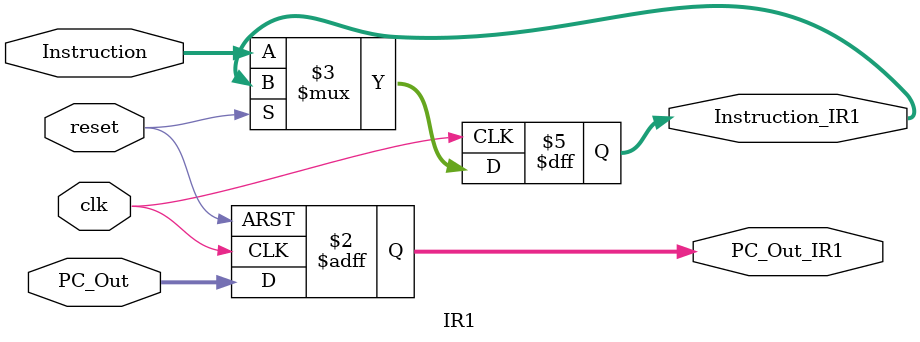
<source format=v>
module IR1(
	input clk, reset,
	input [63:0] PC_Out,
	input [31:0] Instruction,
	output reg [63:0] PC_Out_IR1,
	output reg [31:0] Instruction_IR1
);

always @ (posedge clk or posedge reset)
begin
	if (reset)
		PC_Out_IR1 = 64'd0;
	else
	begin
		PC_Out_IR1 <= PC_Out;
		Instruction_IR1 <= Instruction;
	end
end

endmodule
</source>
